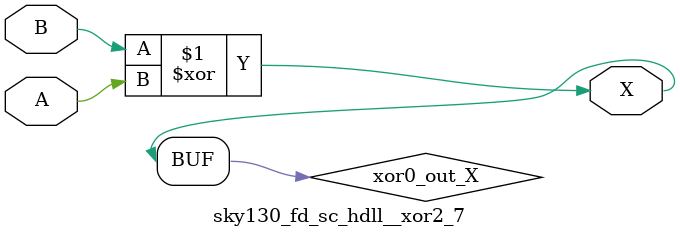
<source format=v>
module sky130_fd_sc_hdll__xor2_7 (
    X,
    A,
    B
);
    output X;
    input  A;
    input  B;
    wire xor0_out_X;
    xor xor0 (xor0_out_X, B, A           );
    buf buf0 (X         , xor0_out_X     );
endmodule
</source>
